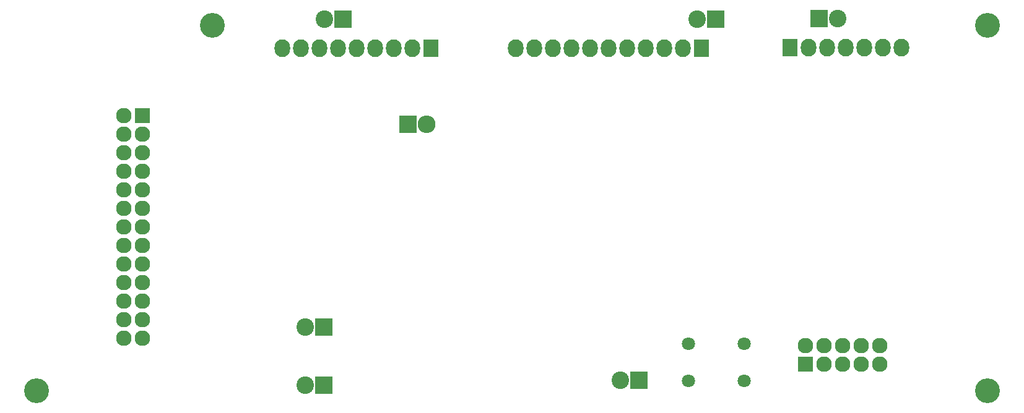
<source format=gbs>
G04 #@! TF.FileFunction,Soldermask,Bot*
%FSLAX46Y46*%
G04 Gerber Fmt 4.6, Leading zero omitted, Abs format (unit mm)*
G04 Created by KiCad (PCBNEW 4.0.2-stable) date 7/12/2016 4:32:10 PM*
%MOMM*%
G01*
G04 APERTURE LIST*
%ADD10C,0.100000*%
%ADD11R,2.400000X2.400000*%
%ADD12C,2.400000*%
%ADD13C,1.797000*%
%ADD14R,2.127200X2.432000*%
%ADD15O,2.127200X2.432000*%
%ADD16C,3.400000*%
%ADD17R,2.127200X2.127200*%
%ADD18O,2.127200X2.127200*%
%ADD19R,2.432000X2.432000*%
%ADD20O,2.432000X2.432000*%
G04 APERTURE END LIST*
D10*
D11*
X122420000Y-122240000D03*
D12*
X119880000Y-122240000D03*
D11*
X122420000Y-130150000D03*
D12*
X119880000Y-130150000D03*
D11*
X190140000Y-79920000D03*
D12*
X192680000Y-79920000D03*
D11*
X125000000Y-80000000D03*
D12*
X122460000Y-80000000D03*
D11*
X176000000Y-80000000D03*
D12*
X173460000Y-80000000D03*
D13*
X179910000Y-124490000D03*
X179910000Y-129570000D03*
X172290000Y-124490000D03*
X172290000Y-129570000D03*
D14*
X186140000Y-83920000D03*
D15*
X188680000Y-83920000D03*
X191220000Y-83920000D03*
X193760000Y-83920000D03*
X196300000Y-83920000D03*
X198840000Y-83920000D03*
X201380000Y-83920000D03*
D14*
X137000000Y-84000000D03*
D15*
X134460000Y-84000000D03*
X131920000Y-84000000D03*
X129380000Y-84000000D03*
X126840000Y-84000000D03*
X124300000Y-84000000D03*
X121760000Y-84000000D03*
X119220000Y-84000000D03*
X116680000Y-84000000D03*
D14*
X174000000Y-84000000D03*
D15*
X171460000Y-84000000D03*
X168920000Y-84000000D03*
X166380000Y-84000000D03*
X163840000Y-84000000D03*
X161300000Y-84000000D03*
X158760000Y-84000000D03*
X156220000Y-84000000D03*
X153680000Y-84000000D03*
X151140000Y-84000000D03*
X148600000Y-84000000D03*
D16*
X107140000Y-80920000D03*
X83140000Y-130920000D03*
X213140000Y-130920000D03*
X213140000Y-80920000D03*
D17*
X97536000Y-93218000D03*
D18*
X94996000Y-93218000D03*
X97536000Y-95758000D03*
X94996000Y-95758000D03*
X97536000Y-98298000D03*
X94996000Y-98298000D03*
X97536000Y-100838000D03*
X94996000Y-100838000D03*
X97536000Y-103378000D03*
X94996000Y-103378000D03*
X97536000Y-105918000D03*
X94996000Y-105918000D03*
X97536000Y-108458000D03*
X94996000Y-108458000D03*
X97536000Y-110998000D03*
X94996000Y-110998000D03*
X97536000Y-113538000D03*
X94996000Y-113538000D03*
X97536000Y-116078000D03*
X94996000Y-116078000D03*
X97536000Y-118618000D03*
X94996000Y-118618000D03*
X97536000Y-121158000D03*
X94996000Y-121158000D03*
X97536000Y-123698000D03*
X94996000Y-123698000D03*
D11*
X165500000Y-129500000D03*
D12*
X162960000Y-129500000D03*
D17*
X188270000Y-127260000D03*
D18*
X188270000Y-124720000D03*
X190810000Y-127260000D03*
X190810000Y-124720000D03*
X193350000Y-127260000D03*
X193350000Y-124720000D03*
X195890000Y-127260000D03*
X195890000Y-124720000D03*
X198430000Y-127260000D03*
X198430000Y-124720000D03*
D19*
X133880000Y-94410000D03*
D20*
X136420000Y-94410000D03*
M02*

</source>
